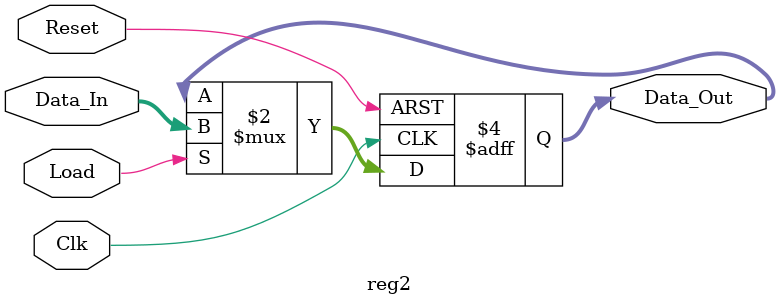
<source format=sv>
module reg2 (input  logic Clk, Reset, Load,
              input  logic [1:0]  Data_In,	
              output logic [1:0]  Data_Out);	

    always_ff @ (posedge Clk or posedge Reset)	
    begin
	 	 if (Reset)
			  Data_Out <= 2'b00;
		 else if (Load)
			  Data_Out <= Data_In;
    end

endmodule

</source>
